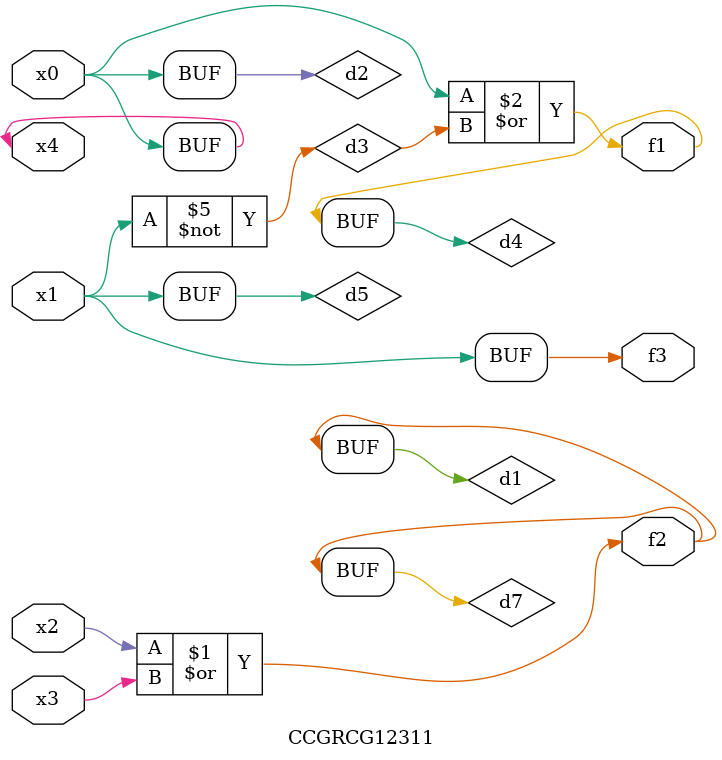
<source format=v>
module CCGRCG12311(
	input x0, x1, x2, x3, x4,
	output f1, f2, f3
);

	wire d1, d2, d3, d4, d5, d6, d7;

	or (d1, x2, x3);
	buf (d2, x0, x4);
	not (d3, x1);
	or (d4, d2, d3);
	not (d5, d3);
	nand (d6, d1, d3);
	or (d7, d1);
	assign f1 = d4;
	assign f2 = d7;
	assign f3 = d5;
endmodule

</source>
